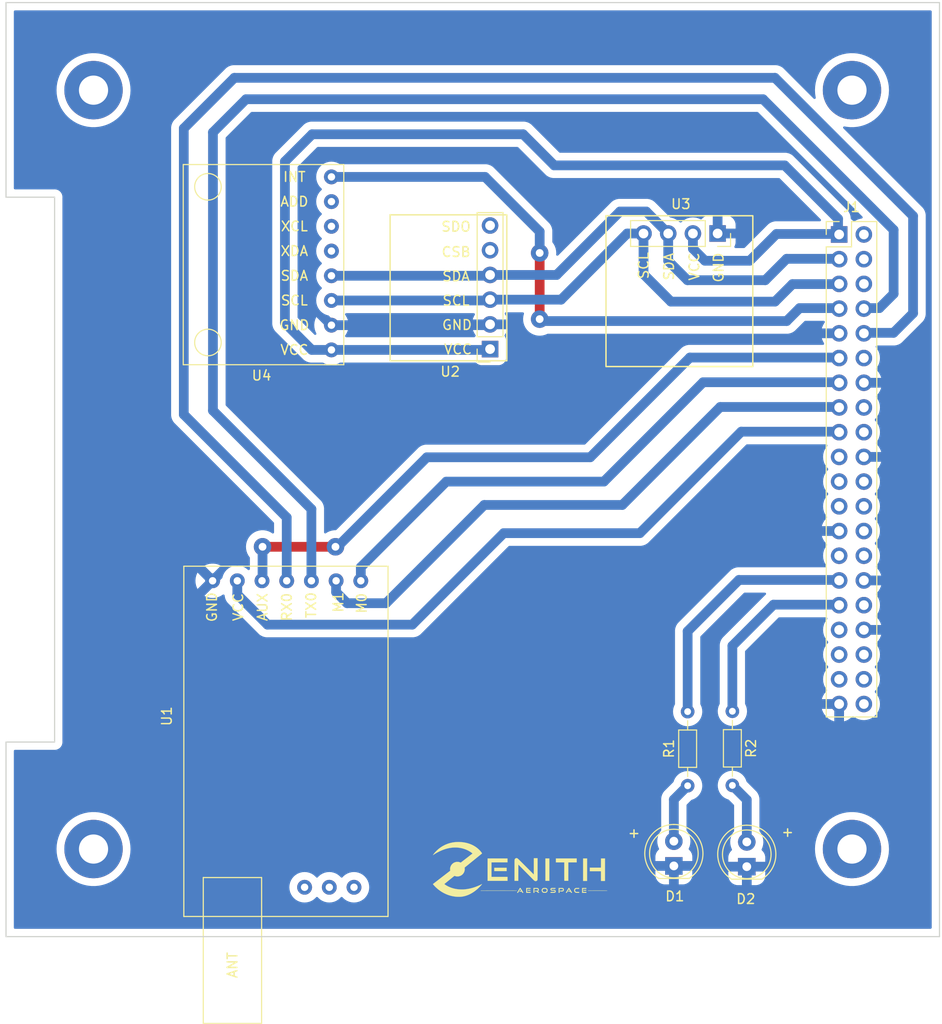
<source format=kicad_pcb>
(kicad_pcb (version 20211014) (generator pcbnew)
  (layers (0 "F.Cu" signal) (31 "B.Cu" signal) (34 "B.Paste" user) (35 "F.Paste" user) (36 "B.SilkS" user "B.Silkscreen") (37 "F.SilkS" user "F.Silkscreen") (38 "B.Mask" user) (39 "F.Mask" user) (44 "Edge.Cuts" user))
  (net 0 "")
  (net 1 "GND")
  (net 2 "Net-(D1-Pad2)")
  (net 3 "Net-(D2-Pad2)")
  (net 4 "/3.3V")
  (net 5 "/5V")
  (net 6 "/SDA")
  (net 8 "/SCL")
  (net 9 "/INT")
  (net 10 "/TX0")
  (net 11 "/RX0")
  (net 12 "/AUX")
  (net 14 "/M0")
  (net 15 "/M1")
  (net 26 "/LED1")
  (net 27 "/LED2")
  (footprint "Logos:Logo_19,4mm" (layer "F.Cu") (at 148.082 137.16)
    (fp_text reference "G***" hide)
    (fp_text value "LOGO" hide)
  )
  (footprint "usini_sensors:module_mpu6050" (layer "F.Cu") (at 128.185 65.983 180)
    (fp_text reference "U4" (at 7.185 -20.417 180) (layer "F.SilkS"))
    (fp_text value "module_mpu6050")
    (fp_text user "INT" (at 3.81 0) (layer "F.SilkS"))
    (fp_text user "ADD" (at 3.81 -2.54) (layer "F.SilkS"))
    (fp_text user "VCC" (at 3.81 -17.78) (layer "F.SilkS"))
    (fp_text user "XCL" (at 3.81 -5.08) (layer "F.SilkS"))
    (fp_text user "GND" (at 3.81 -15.24) (layer "F.SilkS"))
    (fp_text user "XDA" (at 3.81 -7.62) (layer "F.SilkS"))
    (fp_text user "SDA" (at 3.81 -10.16) (layer "F.SilkS"))
    (fp_text user "SCL" (at 3.81 -12.7) (layer "F.SilkS"))
    (pad "1" thru_hole circle locked (at 0 -17.78 180) (size 1.524 1.524) (drill 0.762) (layers *.Cu *.Mask) (net 4 "/3.3V"))
    (pad "2" thru_hole circle locked (at 0 -15.24 180) (size 1.524 1.524) (drill 0.762) (layers *.Cu *.Mask) (net 1 "GND"))
    (pad "3" thru_hole circle locked (at 0 -12.7 180) (size 1.524 1.524) (drill 0.762) (layers *.Cu *.Mask) (net 8 "/SCL"))
    (pad "4" thru_hole circle locked (at 0 -10.16 180) (size 1.524 1.524) (drill 0.762) (layers *.Cu *.Mask) (net 6 "/SDA"))
    (pad "5" thru_hole circle locked (at 0 -7.62 180) (size 1.524 1.524) (drill 0.762) (layers *.Cu *.Mask))
    (pad "6" thru_hole circle locked (at 0 -5.08 180) (size 1.524 1.524) (drill 0.762) (layers *.Cu *.Mask))
    (pad "7" thru_hole circle locked (at 0 -2.54 180) (size 1.524 1.524) (drill 0.762) (layers *.Cu *.Mask))
    (pad "8" thru_hole circle locked (at 0 0 180) (size 1.524 1.524) (drill 0.762) (layers *.Cu *.Mask) (net 9 "/INT"))
  )
  (footprint "LED_THT:LED_D5.0mm" (layer "F.Cu") (at 163.4 136.8 90)
    (fp_text reference "D1" (at -3.125 0.1 180) (layer "F.SilkS"))
    (fp_text value "LED" hide)
    (pad "1" thru_hole rect (at 0 0 90) (size 1.8 1.8) (drill 0.9) (layers *.Cu *.Mask) (net 1 "GND"))
    (pad "2" thru_hole circle (at 2.54 0 90) (size 1.8 1.8) (drill 0.9) (layers *.Cu *.Mask) (net 2 "Net-(D1-Pad2)"))
  )
  (footprint "Resistor_THT:R_Axial_DIN0204_L3.6mm_D1.6mm_P7.62mm_Horizontal" (layer "F.Cu") (at 169.418 120.904 -90)
    (fp_text reference "R2" (at 3.81 -1.92 -90) (layer "F.SilkS"))
    (fp_text value "100")
    (pad "1" thru_hole circle (at 0 0 270) (size 1.4 1.4) (drill 0.7) (layers *.Cu *.Mask) (net 27 "/LED2"))
    (pad "2" thru_hole oval (at 7.62 0 270) (size 1.4 1.4) (drill 0.7) (layers *.Cu *.Mask) (net 3 "Net-(D2-Pad2)"))
  )
  (footprint "Connector_PinSocket_2.54mm:PinSocket_1x06_P2.54mm_Vertical" (layer "F.Cu") (at 144.5 83.68 180)
    (fp_text reference "U2" (at 4.1 -2.32 180) (layer "F.SilkS"))
    (fp_text value "Conn_01x06")
    (pad "1" thru_hole rect (at 0 0 180) (size 1.7 1.7) (drill 1) (layers *.Cu *.Mask) (net 4 "/3.3V"))
    (pad "2" thru_hole oval (at 0 2.54 180) (size 1.7 1.7) (drill 1) (layers *.Cu *.Mask) (net 1 "GND"))
    (pad "3" thru_hole oval (at 0 5.08 180) (size 1.7 1.7) (drill 1) (layers *.Cu *.Mask) (net 8 "/SCL"))
    (pad "4" thru_hole oval (at 0 7.62 180) (size 1.7 1.7) (drill 1) (layers *.Cu *.Mask) (net 6 "/SDA"))
    (pad "5" thru_hole oval (at 0 10.16 180) (size 1.7 1.7) (drill 1) (layers *.Cu *.Mask))
    (pad "6" thru_hole oval (at 0 12.7 180) (size 1.7 1.7) (drill 1) (layers *.Cu *.Mask))
  )
  (footprint "Resistor_THT:R_Axial_DIN0204_L3.6mm_D1.6mm_P7.62mm_Horizontal" (layer "F.Cu") (at 164.818 128.56 90)
    (fp_text reference "R1" (at 3.81 -1.92 90) (layer "F.SilkS"))
    (fp_text value "220")
    (pad "1" thru_hole circle (at 0 0 90) (size 1.4 1.4) (drill 0.7) (layers *.Cu *.Mask) (net 2 "Net-(D1-Pad2)"))
    (pad "2" thru_hole oval (at 7.62 0 90) (size 1.4 1.4) (drill 0.7) (layers *.Cu *.Mask) (net 26 "/LED1"))
  )
  (footprint "Connector_PinSocket_2.54mm:PinSocket_1x04_P2.54mm_Vertical" (layer "F.Cu") (at 167.9 71.8 -90)
    (fp_text reference "U3" (at -3.025 3.78) (layer "F.SilkS"))
    (fp_text value "Conn_01x04")
    (pad "1" thru_hole rect (at 0 0 270) (size 1.7 1.7) (drill 1) (layers *.Cu *.Mask) (net 1 "GND"))
    (pad "2" thru_hole oval (at 0 2.54 270) (size 1.7 1.7) (drill 1) (layers *.Cu *.Mask) (net 4 "/3.3V"))
    (pad "3" thru_hole oval (at 0 5.08 270) (size 1.7 1.7) (drill 1) (layers *.Cu *.Mask) (net 6 "/SDA"))
    (pad "4" thru_hole oval (at 0 7.62 270) (size 1.7 1.7) (drill 1) (layers *.Cu *.Mask) (net 8 "/SCL"))
  )
  (footprint "LED_THT:LED_D5.0mm" (layer "F.Cu") (at 170.9 136.875 90)
    (fp_text reference "D2" (at -3.325 -0.1 180) (layer "F.SilkS"))
    (fp_text value "LED" hide)
    (pad "1" thru_hole rect (at 0 0 90) (size 1.8 1.8) (drill 0.9) (layers *.Cu *.Mask) (net 1 "GND"))
    (pad "2" thru_hole circle (at 2.54 0 90) (size 1.8 1.8) (drill 0.9) (layers *.Cu *.Mask) (net 3 "Net-(D2-Pad2)"))
  )
  (footprint "Guilherme:E32-xxxT20D" (layer "F.Cu") (at 134.005 105.995 -90)
    (fp_text reference "U1" (at 15.417 22.753 90) (layer "F.SilkS"))
    (fp_text value "E32-433T20D")
    (fp_text user "ANT" (at 41 16 90) (layer "F.SilkS"))
    (pad "1" thru_hole circle locked (at 1.5 2.8 270) (size 1.524 1.524) (drill 0.762) (layers *.Cu *.Mask) (net 14 "/M0"))
    (pad "2" thru_hole circle locked (at 1.5 5.34 270) (size 1.524 1.524) (drill 0.762) (layers *.Cu *.Mask) (net 15 "/M1"))
    (pad "3" thru_hole circle locked (at 1.5 7.88 270) (size 1.524 1.524) (drill 0.762) (layers *.Cu *.Mask) (net 10 "/TX0"))
    (pad "4" thru_hole circle locked (at 1.5 10.42 270) (size 1.524 1.524) (drill 0.762) (layers *.Cu *.Mask) (net 11 "/RX0"))
    (pad "5" thru_hole circle locked (at 1.5 12.96 270) (size 1.524 1.524) (drill 0.762) (layers *.Cu *.Mask) (net 12 "/AUX"))
    (pad "6" thru_hole circle locked (at 1.5 15.5 270) (size 1.524 1.524) (drill 0.762) (layers *.Cu *.Mask) (net 4 "/3.3V"))
    (pad "7" thru_hole circle locked (at 1.5 18.04 270) (size 1.524 1.524) (drill 0.762) (layers *.Cu *.Mask) (net 1 "GND"))
    (pad "8" thru_hole circle locked (at 33 8.58 270) (size 1.524 1.524) (drill 0.762) (layers *.Cu *.Mask))
    (pad "9" thru_hole circle locked (at 33 6.04 270) (size 1.524 1.524) (drill 0.762) (layers *.Cu *.Mask))
    (pad "10" thru_hole circle locked (at 33 3.5 270) (size 1.524 1.524) (drill 0.762) (layers *.Cu *.Mask))
  )
  (footprint "Guilherme:OBSAT-Board" (layer "F.Cu") (at 180.4 71.9)
    (fp_text reference "J1" (at 1.27 -2.812) (layer "F.SilkS"))
    (fp_text value "Conn_02x20_Odd_Even")
    (fp_line (start -85.682 -23.833) (end -85.682 -3.833) (layer "Edge.Cuts") (width 0.12))
    (fp_line (start 10.318 -23.833) (end 10.318 72.167) (layer "Edge.Cuts") (width 0.12))
    (fp_line (start -85.682 52.167) (end -80.682 52.167) (layer "Edge.Cuts") (width 0.12))
    (fp_line (start -80.682 -3.833) (end -80.682 52.167) (layer "Edge.Cuts") (width 0.12))
    (fp_line (start -85.682 -23.833) (end 10.318 -23.833) (layer "Edge.Cuts") (width 0.12))
    (fp_line (start -85.682 -3.833) (end -80.682 -3.833) (layer "Edge.Cuts") (width 0.12))
    (fp_line (start 10.318 72.167) (end -85.682 72.167) (layer "Edge.Cuts") (width 0.12))
    (fp_line (start -85.682 52.167) (end -85.682 72.167) (layer "Edge.Cuts") (width 0.12))
    (pad "" thru_hole circle (at -76.682 63.167) (size 6 6) (drill 3) (layers *.Cu *.Mask))
    (pad "" thru_hole circle (at 1.318 -14.833) (size 6 6) (drill 3) (layers *.Cu *.Mask))
    (pad "" thru_hole circle (at 1.318 63.167) (size 6 6) (drill 3) (layers *.Cu *.Mask))
    (pad "" thru_hole circle (at -76.682 -14.833) (size 6 6) (drill 3) (layers *.Cu *.Mask))
    (pad "1" thru_hole rect (at 0 0) (size 1.7 1.7) (drill 1) (layers *.Cu *.Mask) (net 4 "/3.3V"))
    (pad "2" thru_hole oval (at 2.54 0) (size 1.7 1.7) (drill 1) (layers *.Cu *.Mask) (net 5 "/5V"))
    (pad "3" thru_hole oval (at 0 2.54) (size 1.7 1.7) (drill 1) (layers *.Cu *.Mask) (net 6 "/SDA"))
    (pad "4" thru_hole oval (at 2.54 2.54) (size 1.7 1.7) (drill 1) (layers *.Cu *.Mask))
    (pad "5" thru_hole oval (at 0 5.08) (size 1.7 1.7) (drill 1) (layers *.Cu *.Mask) (net 8 "/SCL"))
    (pad "6" thru_hole oval (at 2.54 5.08) (size 1.7 1.7) (drill 1) (layers *.Cu *.Mask) (net 1 "GND"))
    (pad "7" thru_hole oval (at 0 7.62) (size 1.7 1.7) (drill 1) (layers *.Cu *.Mask) (net 9 "/INT"))
    (pad "8" thru_hole oval (at 2.54 7.62) (size 1.7 1.7) (drill 1) (layers *.Cu *.Mask) (net 10 "/TX0"))
    (pad "9" thru_hole oval (at 0 10.16) (size 1.7 1.7) (drill 1) (layers *.Cu *.Mask) (net 1 "GND"))
    (pad "10" thru_hole oval (at 2.54 10.16) (size 1.7 1.7) (drill 1) (layers *.Cu *.Mask) (net 11 "/RX0"))
    (pad "11" thru_hole oval (at 0 12.7) (size 1.7 1.7) (drill 1) (layers *.Cu *.Mask) (net 12 "/AUX"))
    (pad "12" thru_hole oval (at 2.54 12.7) (size 1.7 1.7) (drill 1) (layers *.Cu *.Mask))
    (pad "13" thru_hole oval (at 0 15.24) (size 1.7 1.7) (drill 1) (layers *.Cu *.Mask) (net 14 "/M0"))
    (pad "14" thru_hole oval (at 2.54 15.24) (size 1.7 1.7) (drill 1) (layers *.Cu *.Mask) (net 1 "GND"))
    (pad "15" thru_hole oval (at 0 17.78) (size 1.7 1.7) (drill 1) (layers *.Cu *.Mask) (net 15 "/M1"))
    (pad "16" thru_hole oval (at 2.54 17.78) (size 1.7 1.7) (drill 1) (layers *.Cu *.Mask))
    (pad "17" thru_hole oval (at 0 20.32) (size 1.7 1.7) (drill 1) (layers *.Cu *.Mask) (net 4 "/3.3V"))
    (pad "18" thru_hole oval (at 2.54 20.32) (size 1.7 1.7) (drill 1) (layers *.Cu *.Mask))
    (pad "19" thru_hole oval (at 0 22.86) (size 1.7 1.7) (drill 1) (layers *.Cu *.Mask))
    (pad "20" thru_hole oval (at 2.54 22.86) (size 1.7 1.7) (drill 1) (layers *.Cu *.Mask) (net 1 "GND"))
    (pad "21" thru_hole oval (at 0 25.4) (size 1.7 1.7) (drill 1) (layers *.Cu *.Mask))
    (pad "22" thru_hole oval (at 2.54 25.4) (size 1.7 1.7) (drill 1) (layers *.Cu *.Mask))
    (pad "23" thru_hole oval (at 0 27.94) (size 1.7 1.7) (drill 1) (layers *.Cu *.Mask))
    (pad "24" thru_hole oval (at 2.54 27.94) (size 1.7 1.7) (drill 1) (layers *.Cu *.Mask))
    (pad "25" thru_hole oval (at 0 30.48) (size 1.7 1.7) (drill 1) (layers *.Cu *.Mask) (net 1 "GND"))
    (pad "26" thru_hole oval (at 2.54 30.48) (size 1.7 1.7) (drill 1) (layers *.Cu *.Mask))
    (pad "27" thru_hole oval (at 0 33.02) (size 1.7 1.7) (drill 1) (layers *.Cu *.Mask))
    (pad "28" thru_hole oval (at 2.54 33.02) (size 1.7 1.7) (drill 1) (layers *.Cu *.Mask))
    (pad "29" thru_hole oval (at 0 35.56) (size 1.7 1.7) (drill 1) (layers *.Cu *.Mask) (net 26 "/LED1"))
    (pad "30" thru_hole oval (at 2.54 35.56) (size 1.7 1.7) (drill 1) (layers *.Cu *.Mask) (net 1 "GND"))
    (pad "31" thru_hole oval (at 0 38.1) (size 1.7 1.7) (drill 1) (layers *.Cu *.Mask) (net 27 "/LED2"))
    (pad "32" thru_hole oval (at 2.54 38.1) (size 1.7 1.7) (drill 1) (layers *.Cu *.Mask))
    (pad "33" thru_hole oval (at 0 40.64) (size 1.7 1.7) (drill 1) (layers *.Cu *.Mask))
    (pad "34" thru_hole oval (at 2.54 40.64) (size 1.7 1.7) (drill 1) (layers *.Cu *.Mask) (net 1 "GND"))
    (pad "35" thru_hole oval (at 0 43.18) (size 1.7 1.7) (drill 1) (layers *.Cu *.Mask))
    (pad "36" thru_hole oval (at 2.54 43.18) (size 1.7 1.7) (drill 1) (layers *.Cu *.Mask))
    (pad "37" thru_hole oval (at 0 45.72) (size 1.7 1.7) (drill 1) (layers *.Cu *.Mask))
    (pad "38" thru_hole oval (at 2.54 45.72) (size 1.7 1.7) (drill 1) (layers *.Cu *.Mask))
    (pad "39" thru_hole oval (at 0 48.26) (size 1.7 1.7) (drill 1) (layers *.Cu *.Mask) (net 1 "GND"))
    (pad "40" thru_hole oval (at 2.54 48.26) (size 1.7 1.7) (drill 1) (layers *.Cu *.Mask))
  )
  (gr_rect (start 171.52 85.475) (end 156.42 69.975) (layer "F.SilkS") (width 0.15) (fill none))
  (gr_rect (start 146.22 84.88) (end 134.22 69.88) (layer "F.SilkS") (width 0.15) (fill none))
  (gr_text "+" (at 159.3 133.4) (layer "F.SilkS") (effects (font (size 1 1))))
  (gr_text "M0" (at 131.3 109.8 90) (layer "F.SilkS") (effects (font (size 1 1))))
  (gr_text "CSB" (at 141 73.7) (layer "F.SilkS") (effects (font (size 1 1))))
  (gr_text "SCL" (at 141 78.7) (layer "F.SilkS") (effects (font (size 1 1))))
  (gr_text "SDA" (at 162.9 75.2 90) (layer "F.SilkS") (effects (font (size 1 1))))
  (gr_text "RX0" (at 123.6 110.2 90) (layer "F.SilkS") (effects (font (size 1 1))))
  (gr_text "SCL" (at 160.3 75.1 90) (layer "F.SilkS") (effects (font (size 1 1))))
  (gr_text "TX0" (at 126.1 110 90) (layer "F.SilkS") (effects (font (size 1 1))))
  (gr_text "SDA" (at 141 76.2) (layer "F.SilkS") (effects (font (size 1 1))))
  (gr_text "GND" (at 141.1 81.2) (layer "F.SilkS") (effects (font (size 1 1))))
  (gr_text "GND" (at 115.9 110.2 90) (layer "F.SilkS") (effects (font (size 1 1))))
  (gr_text "SDO" (at 141 71.1) (layer "F.SilkS") (effects (font (size 1 1))))
  (gr_text "VCC" (at 141.2 83.7) (layer "F.SilkS") (effects (font (size 1 1))))
  (gr_text "M1" (at 128.9 109.7 90) (layer "F.SilkS") (effects (font (size 1 1))))
  (gr_text "VCC" (at 118.6 110.2 90) (layer "F.SilkS") (effects (font (size 1 1))))
  (gr_text "AUX" (at 121.1 110.2 90) (layer "F.SilkS") (effects (font (size 1 1))))
  (gr_text "+" (at 175.1 133.3) (layer "F.SilkS") (effects (font (size 1 1))))
  (gr_text "GND" (at 168 75.3 90) (layer "F.SilkS") (effects (font (size 1 1))))
  (gr_text "VCC" (at 165.5 75.2 90) (layer "F.SilkS") (effects (font (size 1 1))))
  (segment (start 128.185 81.223) (end 144.417 81.223) (width 1) (layer "B.Cu") (net 1))
  (segment (start 170.825 136.8) (end 170.9 136.875) (width 1) (layer "B.Cu") (net 1))
  (segment (start 144.417 81.223) (end 144.5 81.14) (width 1) (layer "B.Cu") (net 1))
  (segment (start 163.4 129.978) (end 164.818 128.56) (width 1) (layer "B.Cu") (net 2))
  (segment (start 163.4 134.26) (end 163.4 129.978) (width 1) (layer "B.Cu") (net 2))
  (segment (start 170.9 134.335) (end 170.9 130.006) (width 1) (layer "B.Cu") (net 3))
  (segment (start 170.9 130.006) (end 169.418 128.524) (width 1) (layer "B.Cu") (net 3))
  (segment (start 165.36 71.8) (end 165.36 73.36) (width 1) (layer "B.Cu") (net 4))
  (segment (start 126.163 83.763) (end 128.185 83.763) (width 1) (layer "B.Cu") (net 4))
  (segment (start 118.505 108.905) (end 118.505 107.495) (width 1) (layer "B.Cu") (net 4))
  (segment (start 170.332 92.168) (end 159.9 102.6) (width 1) (layer "B.Cu") (net 4))
  (segment (start 171.2 74.6) (end 173.952 71.848) (width 1) (layer "B.Cu") (net 4))
  (segment (start 166.6 74.6) (end 171.2 74.6) (width 1) (layer "B.Cu") (net 4))
  (segment (start 165.36 73.36) (end 166.6 74.6) (width 1) (layer "B.Cu") (net 4))
  (segment (start 174.8 64.8) (end 151.1 64.8) (width 1) (layer "B.Cu") (net 4))
  (segment (start 159.9 102.6) (end 145.9 102.6) (width 1) (layer "B.Cu") (net 4))
  (segment (start 173.952 71.848) (end 180.287 71.848) (width 1) (layer "B.Cu") (net 4))
  (segment (start 145.9 102.6) (end 136.5 112) (width 1) (layer "B.Cu") (net 4))
  (segment (start 123.4 64.4) (end 123.4 81) (width 1) (layer "B.Cu") (net 4))
  (segment (start 151.1 64.8) (end 147.9 61.6) (width 1) (layer "B.Cu") (net 4))
  (segment (start 180.287 92.168) (end 170.332 92.168) (width 1) (layer "B.Cu") (net 4))
  (segment (start 180.287 71.848) (end 180.287 70.287) (width 1) (layer "B.Cu") (net 4))
  (segment (start 180.287 70.287) (end 174.8 64.8) (width 1) (layer "B.Cu") (net 4))
  (segment (start 144.417 83.763) (end 144.5 83.68) (width 1) (layer "B.Cu") (net 4))
  (segment (start 128.185 83.763) (end 144.417 83.763) (width 1) (layer "B.Cu") (net 4))
  (segment (start 126.2 61.6) (end 123.4 64.4) (width 1) (layer "B.Cu") (net 4))
  (segment (start 121.6 112) (end 118.505 108.905) (width 1) (layer "B.Cu") (net 4))
  (segment (start 136.5 112) (end 121.6 112) (width 1) (layer "B.Cu") (net 4))
  (segment (start 123.4 81) (end 126.163 83.763) (width 1) (layer "B.Cu") (net 4))
  (segment (start 147.9 61.6) (end 126.2 61.6) (width 1) (layer "B.Cu") (net 4))
  (segment (start 180.275 74.4) (end 180.287 74.388) (width 1) (layer "B.Cu") (net 6))
  (segment (start 175 74.4) (end 180.275 74.4) (width 1) (layer "B.Cu") (net 6))
  (segment (start 162.82 71.8) (end 160.56 69.54) (width 1) (layer "B.Cu") (net 6))
  (segment (start 144.417 76.143) (end 144.5 76.06) (width 1) (layer "B.Cu") (net 6))
  (segment (start 128.185 76.143) (end 144.417 76.143) (width 1) (layer "B.Cu") (net 6))
  (segment (start 151.34 76.06) (end 144.5 76.06) (width 1) (layer "B.Cu") (net 6))
  (segment (start 162.82 74.62) (end 164.8 76.6) (width 1) (layer "B.Cu") (net 6))
  (segment (start 164.8 76.6) (end 172.8 76.6) (width 1) (layer "B.Cu") (net 6))
  (segment (start 172.8 76.6) (end 175 74.4) (width 1) (layer "B.Cu") (net 6))
  (segment (start 162.82 71.8) (end 162.82 74.62) (width 1) (layer "B.Cu") (net 6))
  (segment (start 157.86 69.54) (end 151.34 76.06) (width 1) (layer "B.Cu") (net 6))
  (segment (start 160.56 69.54) (end 157.86 69.54) (width 1) (layer "B.Cu") (net 6))
  (segment (start 144.417 78.683) (end 144.5 78.6) (width 1) (layer "B.Cu") (net 8))
  (segment (start 175.6 77) (end 180.215 77) (width 1) (layer "B.Cu") (net 8))
  (segment (start 163.1 78.8) (end 173.8 78.8) (width 1) (layer "B.Cu") (net 8))
  (segment (start 151.8 78.6) (end 158.6 71.8) (width 1) (layer "B.Cu") (net 8))
  (segment (start 160.28 71.8) (end 160.28 75.98) (width 1) (layer "B.Cu") (net 8))
  (segment (start 180.215 77) (end 180.287 76.928) (width 1) (layer "B.Cu") (net 8))
  (segment (start 173.8 78.8) (end 175.6 77) (width 1) (layer "B.Cu") (net 8))
  (segment (start 144.5 78.6) (end 151.8 78.6) (width 1) (layer "B.Cu") (net 8))
  (segment (start 158.6 71.8) (end 160.28 71.8) (width 1) (layer "B.Cu") (net 8))
  (segment (start 160.28 75.98) (end 163.1 78.8) (width 1) (layer "B.Cu") (net 8))
  (segment (start 128.185 78.683) (end 144.417 78.683) (width 1) (layer "B.Cu") (net 8))
  (segment (start 149.6 73.8) (end 149.6 80.6) (width 1) (layer "F.Cu") (net 9))
  (via (at 149.6 80.6) (size 1.8) (drill 0.8) (layers "F.Cu" "B.Cu") (net 9))
  (via (at 149.6 73.8) (size 1.8) (drill 0.8) (layers "F.Cu" "B.Cu") (net 9))
  (segment (start 128.2 65.968) (end 128.185 65.983) (width 1) (layer "B.Cu") (net 9))
  (segment (start 149.6 80.6) (end 149.8 80.8) (width 1) (layer "B.Cu") (net 9))
  (segment (start 143.983 65.983) (end 128.185 65.983) (width 1) (layer "B.Cu") (net 9))
  (segment (start 149.8 80.8) (end 175 80.8) (width 1) (layer "B.Cu") (net 9))
  (segment (start 176.332 79.468) (end 180.287 79.468) (width 1) (layer "B.Cu") (net 9))
  (segment (start 149.6 73.8) (end 149.6 71.6) (width 1) (layer "B.Cu") (net 9))
  (segment (start 149.6 71.6) (end 143.983 65.983) (width 1) (layer "B.Cu") (net 9))
  (segment (start 175 80.8) (end 176.332 79.468) (width 1) (layer "B.Cu") (net 9))
  (segment (start 182.827 79.468) (end 184.532 79.468) (width 1) (layer "B.Cu") (net 10))
  (segment (start 116 90) (end 126.125 100.125) (width 1) (layer "B.Cu") (net 10))
  (segment (start 184.532 79.468) (end 186 78) (width 1) (layer "B.Cu") (net 10))
  (segment (start 172.571104 58) (end 119.4 58) (width 1) (layer "B.Cu") (net 10))
  (segment (start 126.125 100.125) (end 126.125 107.495) (width 1) (layer "B.Cu") (net 10))
  (segment (start 119.4 58) (end 116 61.4) (width 1) (layer "B.Cu") (net 10))
  (segment (start 116 61.4) (end 116 90) (width 1) (layer "B.Cu") (net 10))
  (segment (start 186 71.428896) (end 172.571104 58) (width 1) (layer "B.Cu") (net 10))
  (segment (start 186 78) (end 186 71.428896) (width 1) (layer "B.Cu") (net 10))
  (segment (start 113 61) (end 113 90.4) (width 1) (layer "B.Cu") (net 11))
  (segment (start 113 90.4) (end 123.585 100.985) (width 1) (layer "B.Cu") (net 11))
  (segment (start 182.827 82.008) (end 185.992 82.008) (width 1) (layer "B.Cu") (net 11))
  (segment (start 188 70) (end 173.8 55.8) (width 1) (layer "B.Cu") (net 11))
  (segment (start 123.585 100.985) (end 123.585 107.495) (width 1) (layer "B.Cu") (net 11))
  (segment (start 173.8 55.8) (end 118.2 55.8) (width 1) (layer "B.Cu") (net 11))
  (segment (start 185.992 82.008) (end 188 80) (width 1) (layer "B.Cu") (net 11))
  (segment (start 188 80) (end 188 70) (width 1) (layer "B.Cu") (net 11))
  (segment (start 118.2 55.8) (end 113 61) (width 1) (layer "B.Cu") (net 11))
  (segment (start 128.6 104) (end 121.1 104) (width 1) (layer "F.Cu") (net 12))
  (via (at 128.6 104) (size 1.8) (drill 0.8) (layers "F.Cu" "B.Cu") (net 12))
  (via (at 121.1 104) (size 1.8) (drill 0.8) (layers "F.Cu" "B.Cu") (net 12))
  (segment (start 165.052 84.548) (end 180.287 84.548) (width 1) (layer "B.Cu") (net 12))
  (segment (start 121.1 107.44) (end 121.045 107.495) (width 1) (layer "B.Cu") (net 12))
  (segment (start 128.8 104) (end 138 94.8) (width 1) (layer "B.Cu") (net 12))
  (segment (start 121.1 104) (end 121.1 107.44) (width 1) (layer "B.Cu") (net 12))
  (segment (start 154.8 94.8) (end 165.052 84.548) (width 1) (layer "B.Cu") (net 12))
  (segment (start 138 94.8) (end 154.8 94.8) (width 1) (layer "B.Cu") (net 12))
  (segment (start 128.6 104) (end 128.8 104) (width 1) (layer "B.Cu") (net 12))
  (segment (start 131.205 106.095) (end 131.205 107.495) (width 1) (layer "B.Cu") (net 14))
  (segment (start 140 97.3) (end 131.205 106.095) (width 1) (layer "B.Cu") (net 14))
  (segment (start 166.412 87.088) (end 156.2 97.3) (width 1) (layer "B.Cu") (net 14))
  (segment (start 180.287 87.088) (end 166.412 87.088) (width 1) (layer "B.Cu") (net 14))
  (segment (start 156.2 97.3) (end 140 97.3) (width 1) (layer "B.Cu") (net 14))
  (segment (start 143.9 99.7) (end 133.8 109.8) (width 1) (layer "B.Cu") (net 15))
  (segment (start 129.8 109.8) (end 128.665 108.665) (width 1) (layer "B.Cu") (net 15))
  (segment (start 128.665 108.665) (end 128.665 107.495) (width 1) (layer "B.Cu") (net 15))
  (segment (start 180.287 89.628) (end 168.172 89.628) (width 1) (layer "B.Cu") (net 15))
  (segment (start 133.8 109.8) (end 129.8 109.8) (width 1) (layer "B.Cu") (net 15))
  (segment (start 168.172 89.628) (end 158.1 99.7) (width 1) (layer "B.Cu") (net 15))
  (segment (start 158.1 99.7) (end 143.9 99.7) (width 1) (layer "B.Cu") (net 15))
  (segment (start 164.818 120.94) (end 164.818 112.682) (width 1) (layer "B.Cu") (net 26))
  (segment (start 164.818 112.682) (end 170.092 107.408) (width 1) (layer "B.Cu") (net 26))
  (segment (start 170.092 107.408) (end 180.287 107.408) (width 1) (layer "B.Cu") (net 26))
  (segment (start 173.652 109.948) (end 180.287 109.948) (width 1) (layer "B.Cu") (net 27))
  (segment (start 169.418 114.182) (end 173.652 109.948) (width 1) (layer "B.Cu") (net 27))
  (segment (start 169.418 120.904) (end 169.418 114.182) (width 1) (layer "B.Cu") (net 27))
  (zone (net 1) (net_name "GND") (layer "B.Cu") (connect_pads (clearance 0.8)) (min_thickness 0.25) (fill yes (thermal_gap 1) (thermal_bridge_width 1))
    (polygon (pts (xy 191 144.6) (xy 94.1 144.6) (xy 94.1 47.8) (xy 190.9 47.8)))
  )
)
</source>
